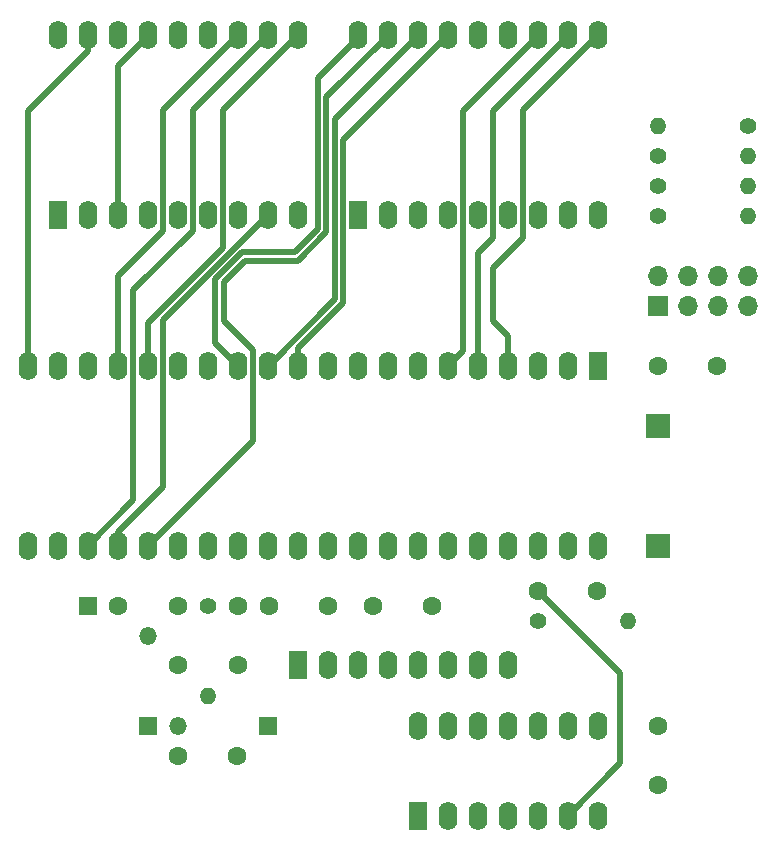
<source format=gtl>
%TF.GenerationSoftware,KiCad,Pcbnew,7.0.8*%
%TF.CreationDate,2023-11-30T19:21:53+00:00*%
%TF.ProjectId,mainboard,6d61696e-626f-4617-9264-2e6b69636164,rev?*%
%TF.SameCoordinates,Original*%
%TF.FileFunction,Copper,L1,Top*%
%TF.FilePolarity,Positive*%
%FSLAX46Y46*%
G04 Gerber Fmt 4.6, Leading zero omitted, Abs format (unit mm)*
G04 Created by KiCad (PCBNEW 7.0.8) date 2023-11-30 19:21:53*
%MOMM*%
%LPD*%
G01*
G04 APERTURE LIST*
G04 Aperture macros list*
%AMRoundRect*
0 Rectangle with rounded corners*
0 $1 Rounding radius*
0 $2 $3 $4 $5 $6 $7 $8 $9 X,Y pos of 4 corners*
0 Add a 4 corners polygon primitive as box body*
4,1,4,$2,$3,$4,$5,$6,$7,$8,$9,$2,$3,0*
0 Add four circle primitives for the rounded corners*
1,1,$1+$1,$2,$3*
1,1,$1+$1,$4,$5*
1,1,$1+$1,$6,$7*
1,1,$1+$1,$8,$9*
0 Add four rect primitives between the rounded corners*
20,1,$1+$1,$2,$3,$4,$5,0*
20,1,$1+$1,$4,$5,$6,$7,0*
20,1,$1+$1,$6,$7,$8,$9,0*
20,1,$1+$1,$8,$9,$2,$3,0*%
G04 Aperture macros list end*
%TA.AperFunction,ComponentPad*%
%ADD10RoundRect,0.250001X-0.799999X-0.799999X0.799999X-0.799999X0.799999X0.799999X-0.799999X0.799999X0*%
%TD*%
%TA.AperFunction,ComponentPad*%
%ADD11C,1.600000*%
%TD*%
%TA.AperFunction,ComponentPad*%
%ADD12R,1.600000X2.400000*%
%TD*%
%TA.AperFunction,ComponentPad*%
%ADD13O,1.600000X2.400000*%
%TD*%
%TA.AperFunction,ComponentPad*%
%ADD14C,1.400000*%
%TD*%
%TA.AperFunction,ComponentPad*%
%ADD15O,1.400000X1.400000*%
%TD*%
%TA.AperFunction,ComponentPad*%
%ADD16R,1.700000X1.700000*%
%TD*%
%TA.AperFunction,ComponentPad*%
%ADD17O,1.700000X1.700000*%
%TD*%
%TA.AperFunction,ComponentPad*%
%ADD18R,1.500000X1.500000*%
%TD*%
%TA.AperFunction,ComponentPad*%
%ADD19O,1.500000X1.500000*%
%TD*%
%TA.AperFunction,ComponentPad*%
%ADD20R,1.600000X1.600000*%
%TD*%
%TA.AperFunction,Conductor*%
%ADD21C,0.500000*%
%TD*%
G04 APERTURE END LIST*
D10*
%TO.P,J4,1,Pin_1*%
%TO.N,GND*%
X167990000Y-93630000D03*
%TD*%
D11*
%TO.P,C1,1*%
%TO.N,Net-(IC1-OSC3)*%
X157830000Y-107600000D03*
%TO.P,C1,2*%
%TO.N,Net-(IC1-OSC1)*%
X162830000Y-107600000D03*
%TD*%
D12*
%TO.P,IC2,1*%
%TO.N,Net-(IC2-Pad1)*%
X147670000Y-126650000D03*
D13*
%TO.P,IC2,2*%
X150210000Y-126650000D03*
%TO.P,IC2,3*%
%TO.N,Net-(C6-Pad2)*%
X152750000Y-126650000D03*
%TO.P,IC2,4*%
%TO.N,Net-(IC2-Pad1)*%
X155290000Y-126650000D03*
%TO.P,IC2,5*%
%TO.N,Net-(IC1-OSC3)*%
X157830000Y-126650000D03*
%TO.P,IC2,6*%
X160370000Y-126650000D03*
%TO.P,IC2,7*%
%TO.N,GND*%
X162910000Y-126650000D03*
%TO.P,IC2,8*%
%TO.N,+5V*%
X162910000Y-119030000D03*
%TO.P,IC2,9*%
X160370000Y-119030000D03*
%TO.P,IC2,10*%
%TO.N,unconnected-(IC2-Pad10)*%
X157830000Y-119030000D03*
%TO.P,IC2,11*%
%TO.N,unconnected-(IC2-Pad11)*%
X155290000Y-119030000D03*
%TO.P,IC2,12*%
%TO.N,+5V*%
X152750000Y-119030000D03*
%TO.P,IC2,13*%
X150210000Y-119030000D03*
%TO.P,IC2,14*%
X147670000Y-119030000D03*
%TD*%
D12*
%TO.P,J1,1,Pin_1*%
%TO.N,Net-(IC1-IN_LO)*%
X137510000Y-113925000D03*
D13*
%TO.P,J1,2,Pin_2*%
%TO.N,Net-(IC1-IN_HI)*%
X140050000Y-113925000D03*
%TO.P,J1,3,Pin_3*%
%TO.N,Net-(IC1-COMMON)*%
X142590000Y-113925000D03*
%TO.P,J1,4,Pin_4*%
%TO.N,GND*%
X145130000Y-113925000D03*
%TO.P,J1,5,Pin_5*%
%TO.N,+5V*%
X147670000Y-113925000D03*
%TO.P,J1,6,Pin_6*%
%TO.N,Net-(IC1-REF_LO)*%
X150210000Y-113925000D03*
%TO.P,J1,7,Pin_7*%
%TO.N,Net-(IC1-REF_HI)*%
X152750000Y-113925000D03*
%TO.P,J1,8,Pin_8*%
%TO.N,Net-(IC1-TEST)*%
X155290000Y-113925000D03*
%TD*%
D12*
%TO.P,IC1,1,V+*%
%TO.N,+5V*%
X162910000Y-88550000D03*
D13*
%TO.P,IC1,2,D1*%
%TO.N,Net-(DISP2-d2)*%
X160370000Y-88550000D03*
%TO.P,IC1,3,C1*%
%TO.N,Net-(DISP2-c2)*%
X157830000Y-88550000D03*
%TO.P,IC1,4,B1*%
%TO.N,Net-(DISP2-b2)*%
X155290000Y-88550000D03*
%TO.P,IC1,5,A1*%
%TO.N,Net-(DISP2-a2)*%
X152750000Y-88550000D03*
%TO.P,IC1,6,F1*%
%TO.N,Net-(DISP2-f2)*%
X150210000Y-88550000D03*
%TO.P,IC1,7,G1*%
%TO.N,Net-(DISP2-g2)*%
X147670000Y-88550000D03*
%TO.P,IC1,8,E1*%
%TO.N,Net-(DISP2-e2)*%
X145130000Y-88550000D03*
%TO.P,IC1,9,D2*%
%TO.N,Net-(DISP2-d1)*%
X142590000Y-88550000D03*
%TO.P,IC1,10,C2*%
%TO.N,Net-(DISP2-c1)*%
X140050000Y-88550000D03*
%TO.P,IC1,11,B2*%
%TO.N,Net-(DISP2-b1)*%
X137510000Y-88550000D03*
%TO.P,IC1,12,A2*%
%TO.N,Net-(DISP2-a1)*%
X134970000Y-88550000D03*
%TO.P,IC1,13,F2*%
%TO.N,Net-(DISP2-f1)*%
X132430000Y-88550000D03*
%TO.P,IC1,14,E2*%
%TO.N,Net-(DISP2-e1)*%
X129890000Y-88550000D03*
%TO.P,IC1,15,D3*%
%TO.N,Net-(DISP1-d2)*%
X127350000Y-88550000D03*
%TO.P,IC1,16,B3*%
%TO.N,Net-(DISP1-b2)*%
X124810000Y-88550000D03*
%TO.P,IC1,17,F3*%
%TO.N,Net-(DISP1-f2)*%
X122270000Y-88550000D03*
%TO.P,IC1,18,E3*%
%TO.N,Net-(DISP1-e2)*%
X119730000Y-88550000D03*
%TO.P,IC1,19,AB4*%
%TO.N,Net-(DISP1-b1)*%
X117190000Y-88550000D03*
%TO.P,IC1,20,POL*%
%TO.N,Net-(DISP1-g1)*%
X114650000Y-88550000D03*
%TO.P,IC1,21,BP/GND*%
%TO.N,GND*%
X114650000Y-103790000D03*
%TO.P,IC1,22,G3*%
%TO.N,Net-(DISP1-g2)*%
X117190000Y-103790000D03*
%TO.P,IC1,23,A3*%
%TO.N,Net-(DISP1-a2)*%
X119730000Y-103790000D03*
%TO.P,IC1,24,C3*%
%TO.N,Net-(DISP1-c2)*%
X122270000Y-103790000D03*
%TO.P,IC1,25,G2*%
%TO.N,Net-(DISP2-g1)*%
X124810000Y-103790000D03*
%TO.P,IC1,26,V-*%
%TO.N,Net-(D2-A)*%
X127350000Y-103790000D03*
%TO.P,IC1,27,INT*%
%TO.N,Net-(IC1-INT)*%
X129890000Y-103790000D03*
%TO.P,IC1,28,BUFF*%
%TO.N,Net-(IC1-BUFF)*%
X132430000Y-103790000D03*
%TO.P,IC1,29,A-Z*%
%TO.N,Net-(IC1-A-Z)*%
X134970000Y-103790000D03*
%TO.P,IC1,30,IN_LO*%
%TO.N,Net-(IC1-IN_LO)*%
X137510000Y-103790000D03*
%TO.P,IC1,31,IN_HI*%
%TO.N,Net-(IC1-IN_HI)*%
X140050000Y-103790000D03*
%TO.P,IC1,32,COMMON*%
%TO.N,Net-(IC1-COMMON)*%
X142590000Y-103790000D03*
%TO.P,IC1,33,CREF-*%
%TO.N,Net-(IC1-CREF-)*%
X145130000Y-103790000D03*
%TO.P,IC1,34,CREF+*%
%TO.N,Net-(IC1-CREF+)*%
X147670000Y-103790000D03*
%TO.P,IC1,35,REF_LO*%
%TO.N,Net-(IC1-REF_LO)*%
X150210000Y-103790000D03*
%TO.P,IC1,36,REF_HI*%
%TO.N,Net-(IC1-REF_HI)*%
X152750000Y-103790000D03*
%TO.P,IC1,37,TEST*%
%TO.N,Net-(IC1-TEST)*%
X155290000Y-103790000D03*
%TO.P,IC1,38,OSC3*%
%TO.N,Net-(IC1-OSC3)*%
X157830000Y-103790000D03*
%TO.P,IC1,39,OSC2*%
%TO.N,Net-(IC1-OSC2)*%
X160370000Y-103790000D03*
%TO.P,IC1,40,OSC1*%
%TO.N,Net-(IC1-OSC1)*%
X162910000Y-103790000D03*
%TD*%
D12*
%TO.P,DISP1,1,e1*%
%TO.N,unconnected-(DISP1-e1-Pad1)*%
X117190000Y-75767500D03*
D13*
%TO.P,DISP1,2,d1*%
%TO.N,unconnected-(DISP1-d1-Pad2)*%
X119730000Y-75767500D03*
%TO.P,DISP1,3,c1*%
%TO.N,Net-(DISP1-b1)*%
X122270000Y-75767500D03*
%TO.P,DISP1,4,dp1*%
%TO.N,Net-(DISP1-dp1)*%
X124810000Y-75767500D03*
%TO.P,DISP1,5,e2*%
%TO.N,Net-(DISP1-e2)*%
X127350000Y-75767500D03*
%TO.P,DISP1,6,d2*%
%TO.N,Net-(DISP1-d2)*%
X129890000Y-75767500D03*
%TO.P,DISP1,7,g2*%
%TO.N,Net-(DISP1-g2)*%
X132430000Y-75767500D03*
%TO.P,DISP1,8,c2*%
%TO.N,Net-(DISP1-c2)*%
X134970000Y-75767500D03*
%TO.P,DISP1,9,dp2*%
%TO.N,Net-(DISP1-dp2)*%
X137510000Y-75767500D03*
%TO.P,DISP1,10,b2*%
%TO.N,Net-(DISP1-b2)*%
X137510000Y-60527500D03*
%TO.P,DISP1,11,a2*%
%TO.N,Net-(DISP1-a2)*%
X134970000Y-60527500D03*
%TO.P,DISP1,12,f2*%
%TO.N,Net-(DISP1-f2)*%
X132430000Y-60527500D03*
%TO.P,DISP1,13,ca2*%
%TO.N,+5V*%
X129890000Y-60527500D03*
%TO.P,DISP1,14,ca1*%
X127350000Y-60527500D03*
%TO.P,DISP1,15,b1*%
%TO.N,Net-(DISP1-b1)*%
X124810000Y-60527500D03*
%TO.P,DISP1,16,a1*%
%TO.N,unconnected-(DISP1-a1-Pad16)*%
X122270000Y-60527500D03*
%TO.P,DISP1,17,g1*%
%TO.N,Net-(DISP1-g1)*%
X119730000Y-60527500D03*
%TO.P,DISP1,18,f1*%
%TO.N,unconnected-(DISP1-f1-Pad18)*%
X117190000Y-60527500D03*
%TD*%
D12*
%TO.P,DISP2,1,e1*%
%TO.N,Net-(DISP2-e1)*%
X142590000Y-75767500D03*
D13*
%TO.P,DISP2,2,d1*%
%TO.N,Net-(DISP2-d1)*%
X145130000Y-75767500D03*
%TO.P,DISP2,3,c1*%
%TO.N,Net-(DISP2-c1)*%
X147670000Y-75767500D03*
%TO.P,DISP2,4,dp1*%
%TO.N,Net-(DISP2-dp1)*%
X150210000Y-75767500D03*
%TO.P,DISP2,5,e2*%
%TO.N,Net-(DISP2-e2)*%
X152750000Y-75767500D03*
%TO.P,DISP2,6,d2*%
%TO.N,Net-(DISP2-d2)*%
X155290000Y-75767500D03*
%TO.P,DISP2,7,g2*%
%TO.N,Net-(DISP2-g2)*%
X157830000Y-75767500D03*
%TO.P,DISP2,8,c2*%
%TO.N,Net-(DISP2-c2)*%
X160370000Y-75767500D03*
%TO.P,DISP2,9,dp2*%
%TO.N,Net-(DISP2-dp2)*%
X162910000Y-75767500D03*
%TO.P,DISP2,10,b2*%
%TO.N,Net-(DISP2-b2)*%
X162910000Y-60527500D03*
%TO.P,DISP2,11,a2*%
%TO.N,Net-(DISP2-a2)*%
X160370000Y-60527500D03*
%TO.P,DISP2,12,f2*%
%TO.N,Net-(DISP2-f2)*%
X157830000Y-60527500D03*
%TO.P,DISP2,13,ca2*%
%TO.N,+5V*%
X155290000Y-60527500D03*
%TO.P,DISP2,14,ca1*%
X152750000Y-60527500D03*
%TO.P,DISP2,15,b1*%
%TO.N,Net-(DISP2-b1)*%
X150210000Y-60527500D03*
%TO.P,DISP2,16,a1*%
%TO.N,Net-(DISP2-a1)*%
X147670000Y-60527500D03*
%TO.P,DISP2,17,g1*%
%TO.N,Net-(DISP2-g1)*%
X145130000Y-60527500D03*
%TO.P,DISP2,18,f1*%
%TO.N,Net-(DISP2-f1)*%
X142590000Y-60527500D03*
%TD*%
D14*
%TO.P,R4,1*%
%TO.N,Net-(DISP1-dp2)*%
X167990000Y-70770000D03*
D15*
%TO.P,R4,2*%
%TO.N,Net-(J2-Pin_4)*%
X175610000Y-70770000D03*
%TD*%
D14*
%TO.P,R3,1*%
%TO.N,Net-(J2-Pin_2)*%
X175610000Y-68230000D03*
D15*
%TO.P,R3,2*%
%TO.N,Net-(DISP1-dp1)*%
X167990000Y-68230000D03*
%TD*%
D16*
%TO.P,J2,1,Pin_1*%
%TO.N,GND*%
X167990000Y-83470000D03*
D17*
%TO.P,J2,2,Pin_2*%
%TO.N,Net-(J2-Pin_2)*%
X167990000Y-80930000D03*
%TO.P,J2,3,Pin_3*%
%TO.N,GND*%
X170530000Y-83470000D03*
%TO.P,J2,4,Pin_4*%
%TO.N,Net-(J2-Pin_4)*%
X170530000Y-80930000D03*
%TO.P,J2,5,Pin_5*%
%TO.N,GND*%
X173070000Y-83470000D03*
%TO.P,J2,6,Pin_6*%
%TO.N,Net-(J2-Pin_6)*%
X173070000Y-80930000D03*
%TO.P,J2,7,Pin_7*%
%TO.N,GND*%
X175610000Y-83470000D03*
%TO.P,J2,8,Pin_8*%
%TO.N,Net-(J2-Pin_8)*%
X175610000Y-80930000D03*
%TD*%
D11*
%TO.P,C6,1*%
%TO.N,Net-(D1-A)*%
X127390000Y-121570000D03*
%TO.P,C6,2*%
%TO.N,Net-(C6-Pad2)*%
X132390000Y-121570000D03*
%TD*%
D18*
%TO.P,D1,1,K*%
%TO.N,GND*%
X134970000Y-119030000D03*
D19*
%TO.P,D1,2,A*%
%TO.N,Net-(D1-A)*%
X127350000Y-119030000D03*
%TD*%
D11*
%TO.P,C2,1*%
%TO.N,Net-(IC1-CREF-)*%
X143900000Y-108870000D03*
%TO.P,C2,2*%
%TO.N,Net-(IC1-CREF+)*%
X148900000Y-108870000D03*
%TD*%
%TO.P,C3,1*%
%TO.N,Net-(C3-Pad1)*%
X132430000Y-113910000D03*
%TO.P,C3,2*%
%TO.N,Net-(IC1-A-Z)*%
X132430000Y-108910000D03*
%TD*%
%TO.P,C4,1*%
%TO.N,Net-(C3-Pad1)*%
X127350000Y-113910000D03*
%TO.P,C4,2*%
%TO.N,Net-(IC1-INT)*%
X127350000Y-108910000D03*
%TD*%
D18*
%TO.P,D2,1,K*%
%TO.N,Net-(D1-A)*%
X124810000Y-119030000D03*
D19*
%TO.P,D2,2,A*%
%TO.N,Net-(D2-A)*%
X124810000Y-111410000D03*
%TD*%
D11*
%TO.P,C9,1*%
%TO.N,+5V*%
X167990000Y-88590000D03*
%TO.P,C9,2*%
%TO.N,GND*%
X172990000Y-88590000D03*
%TD*%
D20*
%TO.P,C7,1*%
%TO.N,GND*%
X119770000Y-108870000D03*
D11*
%TO.P,C7,2*%
%TO.N,Net-(D2-A)*%
X122270000Y-108870000D03*
%TD*%
%TO.P,C5,1*%
%TO.N,Net-(IC1-IN_LO)*%
X135050000Y-108870000D03*
%TO.P,C5,2*%
%TO.N,Net-(IC1-IN_HI)*%
X140050000Y-108870000D03*
%TD*%
D14*
%TO.P,R6,1*%
%TO.N,Net-(DISP2-dp2)*%
X167990000Y-75850000D03*
D15*
%TO.P,R6,2*%
%TO.N,Net-(J2-Pin_8)*%
X175610000Y-75850000D03*
%TD*%
D14*
%TO.P,R2,1*%
%TO.N,Net-(IC1-BUFF)*%
X129890000Y-108870000D03*
D15*
%TO.P,R2,2*%
%TO.N,Net-(C3-Pad1)*%
X129890000Y-116490000D03*
%TD*%
D14*
%TO.P,R1,1*%
%TO.N,Net-(IC1-OSC2)*%
X157830000Y-110140000D03*
D15*
%TO.P,R1,2*%
%TO.N,Net-(IC1-OSC1)*%
X165450000Y-110140000D03*
%TD*%
D11*
%TO.P,C8,1*%
%TO.N,+5V*%
X167990000Y-119030000D03*
%TO.P,C8,2*%
%TO.N,GND*%
X167990000Y-124030000D03*
%TD*%
D10*
%TO.P,J3,1,Pin_1*%
%TO.N,+5V*%
X167990000Y-103790000D03*
%TD*%
D14*
%TO.P,R5,1*%
%TO.N,Net-(DISP2-dp1)*%
X167990000Y-73310000D03*
D15*
%TO.P,R5,2*%
%TO.N,Net-(J2-Pin_6)*%
X175610000Y-73310000D03*
%TD*%
D21*
%TO.N,Net-(IC1-OSC3)*%
X157830000Y-107600000D02*
X164815000Y-114585000D01*
X164815000Y-122205000D02*
X160370000Y-126650000D01*
X164815000Y-114585000D02*
X164815000Y-122205000D01*
%TO.N,Net-(DISP1-b1)*%
X122270000Y-63150000D02*
X122270000Y-74580000D01*
X124810000Y-60610000D02*
X122270000Y-63150000D01*
%TO.N,Net-(DISP1-c2)*%
X122270000Y-102678750D02*
X122270000Y-103790000D01*
X126080000Y-84657500D02*
X126080000Y-98868750D01*
X134970000Y-75767500D02*
X126080000Y-84657500D01*
X126080000Y-98868750D02*
X122270000Y-102678750D01*
%TO.N,Net-(DISP1-b2)*%
X124810000Y-84937550D02*
X131160000Y-78587550D01*
X124810000Y-88550000D02*
X124810000Y-84937550D01*
X131160000Y-78587550D02*
X131160000Y-66877500D01*
X131160000Y-66877500D02*
X137510000Y-60527500D01*
%TO.N,Net-(DISP1-a2)*%
X128620000Y-77120000D02*
X128620000Y-66877500D01*
X123560000Y-99960000D02*
X123560000Y-82180000D01*
X119730000Y-103790000D02*
X123560000Y-99960000D01*
X123560000Y-82180000D02*
X128620000Y-77120000D01*
X128620000Y-66877500D02*
X134970000Y-60527500D01*
%TO.N,Net-(DISP1-f2)*%
X122270000Y-80930000D02*
X122270000Y-88550000D01*
X132430000Y-60527500D02*
X126080000Y-66877500D01*
X126080000Y-77120000D02*
X122270000Y-80930000D01*
X126080000Y-66877500D02*
X126080000Y-77120000D01*
%TO.N,Net-(DISP1-g1)*%
X119730000Y-61880000D02*
X114650000Y-66960000D01*
X119730000Y-60527500D02*
X119730000Y-61880000D01*
X114650000Y-66960000D02*
X114650000Y-88550000D01*
%TO.N,Net-(DISP2-b2)*%
X154020000Y-84740000D02*
X154020000Y-80295000D01*
X155290000Y-88550000D02*
X155290000Y-86010000D01*
X156540000Y-66897500D02*
X162910000Y-60527500D01*
X155290000Y-86010000D02*
X154020000Y-84740000D01*
X154020000Y-80295000D02*
X156540000Y-77775000D01*
X156540000Y-77775000D02*
X156540000Y-66897500D01*
%TO.N,Net-(DISP2-a2)*%
X152750000Y-79025000D02*
X152750000Y-88550000D01*
X154000000Y-77775000D02*
X152750000Y-79025000D01*
X154000000Y-66980000D02*
X154000000Y-77775000D01*
X160370000Y-60610000D02*
X154000000Y-66980000D01*
%TO.N,Net-(DISP2-f2)*%
X151480000Y-87280000D02*
X150210000Y-88550000D01*
X151480000Y-66960000D02*
X151480000Y-87280000D01*
X157830000Y-60610000D02*
X151480000Y-66960000D01*
%TO.N,Net-(DISP2-b1)*%
X137510000Y-87049598D02*
X137510000Y-88550000D01*
X141320000Y-83239598D02*
X137510000Y-87049598D01*
X141320000Y-69417500D02*
X141320000Y-83239598D01*
X150210000Y-60527500D02*
X141320000Y-69417500D01*
%TO.N,Net-(DISP2-a1)*%
X140620000Y-67660000D02*
X140620000Y-82949648D01*
X140620000Y-82949648D02*
X135019648Y-88550000D01*
X147670000Y-60610000D02*
X140620000Y-67660000D01*
%TO.N,Net-(DISP2-g1)*%
X131225000Y-81492400D02*
X131225000Y-84805000D01*
X133057400Y-79660000D02*
X131225000Y-81492400D01*
X131225000Y-84805000D02*
X133680000Y-87260000D01*
X133680000Y-94920000D02*
X124810000Y-103790000D01*
X133680000Y-87260000D02*
X133680000Y-94920000D01*
X139920000Y-65820000D02*
X139920000Y-77250000D01*
X145130000Y-60610000D02*
X139920000Y-65820000D01*
X139920000Y-77250000D02*
X137510000Y-79660000D01*
X137510000Y-79660000D02*
X133057400Y-79660000D01*
%TO.N,Net-(DISP2-f1)*%
X130525000Y-81202450D02*
X130525000Y-86645000D01*
X139220000Y-76960050D02*
X137220050Y-78960000D01*
X130525000Y-86645000D02*
X132430000Y-88550000D01*
X137220050Y-78960000D02*
X132767450Y-78960000D01*
X139220000Y-64185150D02*
X139220000Y-76960050D01*
X132767450Y-78960000D02*
X130525000Y-81202450D01*
X142590000Y-60815150D02*
X139220000Y-64185150D01*
%TD*%
M02*

</source>
